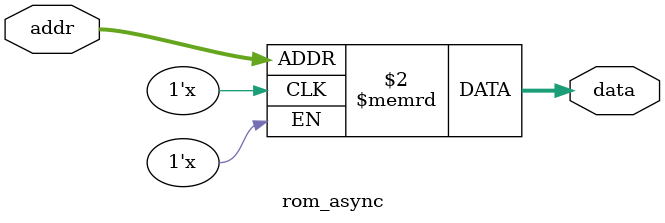
<source format=v>
`default_nettype none
`timescale 1ns / 1ps

module rom_async #(
    parameter WIDTH = 8,
    parameter DEPTH = 256,
    parameter INIT_F = "",
    parameter ADDRW = $clog2(DEPTH)
)(
    input  wire [ADDRW-1:0] addr,
    output reg  [WIDTH-1:0] data
);

    reg [WIDTH-1:0] memory [0:DEPTH-1];

    initial begin
        if (INIT_F != "") begin
            $display("Create rom_async with init file '%s'.", INIT_F);
            $readmemh(INIT_F, memory);
        end
    end

    always @(*) begin
        data = memory[addr];
    end

endmodule


</source>
